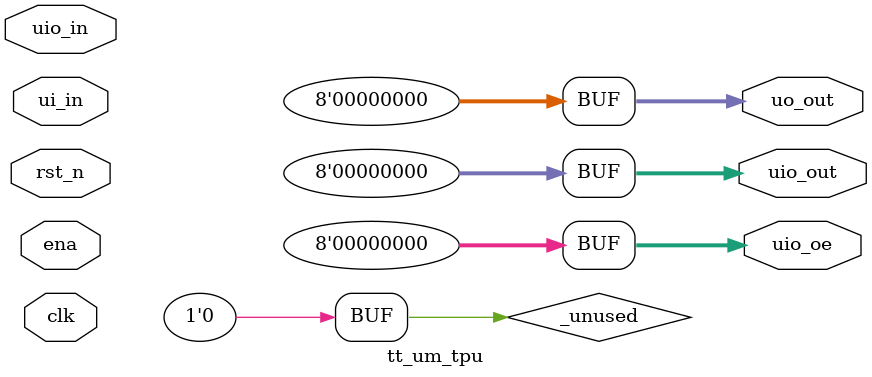
<source format=sv>
`default_nettype wire

module tt_um_tpu (
    input  wire [7:0] ui_in,    // Dedicated inputs
    output wire [7:0] uo_out,   // Dedicated outputs
    input  wire [7:0] uio_in,   // IOs: Input path
    output wire [7:0] uio_out,  // IOs: Output path
    output wire [7:0] uio_oe,   // IOs: Enable path (active high: 0=input, 1=output)
    input  wire       ena,      // always 1 when the design is powered, so you can ignore it
    input  wire       clk,      // clock
    input  wire       rst_n     // reset_n - low to reset
);

  // Internal reset signal (active high)
  wire reset = ~rst_n;

  // Instantiate the tpu module
  tpu uut (
    .clk(clk),
    .reset(reset)
  ); 

  // Assign the unused outputs to default values
  assign uo_out  = 8'b0;  // Example: all outputs set to 0
  assign uio_out = 8'b0;
  assign uio_oe  = 8'b0;

  // List all unused inputs to prevent warnings
  wire _unused = &{ena, ui_in, uio_in, 1'b0};

endmodule

</source>
